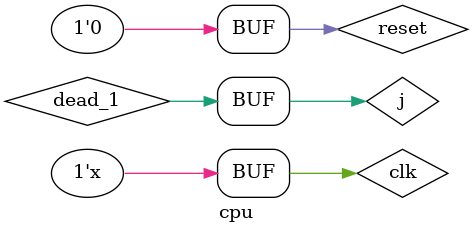
<source format=v>
`timescale 1ns / 1ps

module pc(clk, d, q, reset);   //pc register
    input clk, reset;
    input [31:0] d;
    output [31:0] q;
    reg [31:0] this_pc;
    assign q = this_pc;
    initial this_pc = 32'b0;
    always @(posedge clk or posedge reset)
    begin
        this_pc = d;
        if(reset)
            this_pc = 32'b0;
    end
endmodule

module inst_mem(addr, instr);   //instruction memory
    input [31:0] addr;
    output [31:0] instr;
    reg [7:0] inst[0:7];
    reg [31:0] temp;
    assign instr = temp;
    initial begin
        inst[0] = 8'b00010011;    //addi a4, x0, 1
        inst[1] = 8'b00000111;
        inst[2] = 8'b00010000;
        inst[3] = 8'b00000000;
        inst[4] = 8'b00100011;    //sw a4, x0(0)
        inst[5] = 8'b00100000;
        inst[6] = 8'b11100000;
        inst[7] = 8'h00000000;
    end
    always @(*)
    begin
        temp[7:0] = inst[addr];
        temp[15:8] = inst[addr + 1];
        temp[23:16] = inst[addr + 2];
        temp[31:24] = inst[addr + 3];
    end
endmodule

module add1(b, c);  //the adder for pc + 4
    input [31:0] b;
    output [31:0] c;
    assign c = b + 4;
endmodule

module fi(clk, reset, pc_out, npc_out, npc_in, ir_out, j);
    input clk, reset, j;
    input [31:0] npc_in;
    output [31:0] pc_out;
    output [31:0] npc_out;
    output [31:0] ir_out;
    wire [31:0] add_out;
    wire [31:0] pc_in;
    reg j_reg;
    pc pc_reg(clk, pc_in, pc_out, reset);
    add1 add1_adder(pc_out, add_out);
    inst_mem inst_memory(pc_out, ir_out);
    assign pc_in = j_reg? npc_in : add_out;
    assign npc_out = add_out;
    always @(j)
    begin
        if(j == 1)
            j_reg = 1;
        else
            j_reg = 0;
    end
endmodule

module fi_id(clk, pc_in, npc1_in, ir_in, dead_in,        //reg betw fetch_inst & inst_decode
                  pc_out, npc1_out, ir_out, dead_out);
    input clk, dead_in;
    input [31:0] pc_in;
    input [31:0] npc1_in;
    input [31:0] ir_in;
    output reg dead_out;
    output reg [31:0] pc_out;
    output reg [31:0] npc1_out;
    output reg [31:0] ir_out;
    always @(posedge clk)
    begin
        pc_out = pc_in;
        npc1_out = npc1_in;
        ir_out = ir_in;
        dead_out = dead_in;
    end
endmodule

module rf(clk, regwr, r_reg1, r_reg2, w_reg, w_data, r_data1, r_data2); //register file
    input clk, regwr;
    input [4:0] r_reg1;
    input [4:0] r_reg2;
    input [4:0] w_reg;
    input [31:0] w_data;
    output [31:0] r_data1;
    reg [31:0] temp1;
    output [31:0] r_data2;
    reg [31:0] temp2;
    reg [31:0] reg_data[1:31];
    assign r_data1 = temp1;
    assign r_data2 = temp2;
    always @(posedge clk)
    begin
        if(regwr)
        begin
            if(w_reg != 5'b0)
                reg_data[w_reg] = w_data;
        end
    end
    always @(negedge clk)
    begin
        if(r_reg1 != 5'b0)
            temp1 = reg_data[r_reg1];
        else
            temp1 = 32'b0;
        if(r_reg2 != 5'b0)
            temp2 = reg_data[r_reg2];
        else
            temp2 = 32'b0;
    end
endmodule

module sigext(inst, imm32);     //sigext
    input [31:0] inst;
    output reg signed [31:0] imm32;
    reg signed [4:0] shamt;
    reg signed [11:0] imm12;
    reg signed [12:0] imm13;
    reg signed [20:0] imm21;
    always @(*)
    begin
        case(inst[6:0])
        (7'b0110111 || 7'b0010111):     //lui & auipc
        begin
            imm32[31:12] = inst[31:12];
            imm32[11:0] = 12'b0;
        end
        7'b1101111:     //jal
        begin
            imm21[20] = inst[31];
            imm21[10:1] = inst[30:21];
            imm21[11] = inst[20];
            imm21[19:12] = inst[19:12];
            imm21[0] = 1'b0;
            imm32 = imm21;
        end
        (7'b1100111 || 7'b0000011):     //jalr & lw
        begin
            imm12[11:0] = inst[31:20];
            imm32 = imm12;
        end
        7'b1100011:     //b
        begin
            imm13[12] = inst[31];
            imm13[10:5] = inst[30:24];
            imm13[4:1] = inst[11:8];
            imm13[11] = inst[7];
            imm13[0] = 1'b0;
            imm32 = imm13;
        end
        7'b0100011:     //sw
        begin
            imm12[11:5] = inst[31:25];
            imm12[4:0] = inst[11:7];
            imm32 = imm12;
        end
        7'b0010011:     //arthmetic & logic with imm
        begin
            if(inst[13:12] == 2'b01)    //sl & sr
            begin
                shamt[4:0] = inst[24:20];
                imm32 = shamt;
            end
            else    //other, same as lw
            begin
                imm12[11:0] = inst[31:20];
                imm32 = imm12;
            end
        end
        default: imm32 = 32'bz;
        endcase
    end
endmodule

module id(clk, pc_in, npc1_in, ir_in, regwr, w_reg, w_data,
               pc_out, npc1_out, ir_out, rs1_out, rs2_out, imm32_out);
    input clk, regwr;
    input [31:0] pc_in;
    input [31:0] npc1_in;
    input [31:0] ir_in;
    input [4:0] w_reg;      //write back reg
    input [31:0] w_data;    //write back data
    output [31:0] pc_out;
    output [31:0] npc1_out;
    output [31:0] ir_out;
    output [31:0] rs1_out;
    output [31:0] rs2_out;
    output [31:0] imm32_out;
    rf rf_reg(clk, regwr, ir_in[19:15], ir_in[24:20], w_reg, w_data, rs1_out, rs2_out);
    sigext sigext_imm(ir_in, imm32_out);
    assign ir_out = ir_in;
    assign pc_out = pc_in;
    assign npc1_out = npc1_in;
endmodule

module id_ex(clk, pc_in, npc1_in, ir_in, rs1_in, rs2_in, imm32_in, dead_in,      //reg betw inst_decode & exec
                  pc_out, npc1_out, ir_out, rs1_out, rs2_out, imm32_out, dead_out); 
    input clk, dead_in;
    input [31:0] pc_in;
    input [31:0] npc1_in;
    input [31:0] ir_in;
    input [31:0] rs1_in;
    input [31:0] rs2_in;
    input [31:0] imm32_in;
    output reg dead_out;
    output reg [31:0] pc_out;
    output reg [31:0] npc1_out;
    output reg [31:0] ir_out;
    output reg [31:0] rs1_out;
    output reg [31:0] rs2_out;
    output reg [31:0] imm32_out;
    always @(posedge clk)
    begin
        pc_out = pc_in;
        npc1_out = npc1_in;
        ir_out = ir_in;
        rs1_out = rs1_in;
        rs2_out = rs2_in;
        imm32_out = imm32_in;
        dead_out = dead_in;
    end
endmodule

module alu(a, b, c, flag, op);   //alu
    input signed [31:0] a;
    input signed [31:0] b;
    input [3:0] op;
    output reg signed [31:0] c;
    output reg [1:0] flag;
    always @(*)
    begin
        flag = 2'b11;   //lt & g
        case(op)
            4'b0010: c = a + b;
            4'b0011: 
            begin
                c = a - b;
                if(c > 0)
                    flag = 2'b01;
                else if(c < 0)
                    flag = 2'b10;
                else
                    flag = 2'b00;
            end
            4'b0100: c = a & b;
            4'b0101: c = a | b;
            4'b1000: c = a ^ b;
            4'b1010: c = a << b;
            4'b1011: c = a >> b;
            4'b1100: c = a >>> b;
        endcase
    end
endmodule

module alucu(inst, aluop);
    input [31:0] inst;
    output reg [3:0] aluop;
    always @(*)
    begin
        if(inst[6:0] == 7'b1100011 ||   //b
           (inst[6:0] == 7'b0110011 && inst[14:12] == 3'b0 && inst[31:25] == 7'b0100000))   //sub
            aluop = 4'b0011;
        else if((inst[6:0] == 7'b0110011 || inst[6:0] == 7'b0010011) && inst[14:12] == 3'b111)  //and
            aluop = 4'b0100;
        else if((inst[6:0] == 7'b0110011 || inst[6:0] == 7'b0010011) && inst[14:12] == 3'b110)  //or
            aluop = 4'b0101;
        else if((inst[6:0] == 7'b0110011 || inst[6:0] == 7'b0010011) && inst[14:12] == 3'b100)  //xor
            aluop = 4'b1000;
        else if((inst[6:0] == 7'b0110011 || inst[6:0] == 7'b0010011) && inst[14:12] == 3'b001)  //sll
            aluop = 4'b1010;
        else if((inst[6:0] == 7'b0110011 || inst[6:0] == 7'b0010011) && inst[14:12] == 3'b101   //srl
                 && inst[31:25] == 7'b0000000)
            aluop = 4'b1011;
        else if((inst[6:0] == 7'b0110011 || inst[6:0] == 7'b0010011) && inst[14:12] == 3'b101   //srl
                 && inst[31:25] == 7'b0100000)
            aluop = 4'b1100;
        else
            aluop = 4'b0010;
    end
endmodule

module add2(a, b, c);
    input [31:0] a;
    input [31:0] b;
    output [31:0] c;
    assign c = a + b;
endmodule

module ex(clk, pc_in, npc1_in, ir_in, rs1_in, rs2_in, imm32_in,
               npc2_out, ir_out, data_out, addr_out, flag_out);
    input clk;
    input [31:0] pc_in;
    input [31:0] npc1_in;
    input [31:0] ir_in;
    input [31:0] rs1_in;
    input [31:0] rs2_in;
    input [31:0] imm32_in;
    output wire [31:0] npc2_out;
    output reg [31:0] ir_out;
    output reg [31:0] data_out;
    output reg [31:0] addr_out;
    output wire [1:0] flag_out;
    wire [3:0] aluop;
    reg [31:0] aluin1;
    reg [31:0] aluin2;
    reg [31:0] pcoffset;
    wire [31:0] aluout;
    alu alu_al(aluin1, aluin2, aluout, flag_out, aluop);
    alucu alucu_ctrl(ir_in, aluop);
    add2 add2_adder(pc_in, pcoffset, npc2_out);
    always @(*)
    begin
        ir_out = ir_in;
        case(ir_in[6:0])
        (7'b0110111 || 7'b010111):     //lui & auipc
        begin
            aluin1 = pc_in;
            aluin2 = imm32_in;
            data_out = aluout;
        end
        7'b1101111:     //jal
        begin
            data_out = npc1_in;
            pcoffset = imm32_in;
        end
        7'b1100111:     //jalr
        begin
            data_out = npc1_in;
            pcoffset = rs1_in;
        end
        7'b1100011:     //b
        begin
            pcoffset = imm32_in;
            aluin1 = rs1_in;
            aluin2 = rs2_in;
            data_out = aluout;
        end
        7'b0000011:     //lw
        begin
            aluin1 = rs1_in;
            aluin2 = imm32_in;
            addr_out = aluout;
        end
        7'b0100011:     //sw
        begin
            aluin1 = rs1_in;
            aluin2 = imm32_in;
            data_out = rs2_in;
            addr_out = aluout;
        end
        7'b0010011:     //arth & logic imm
        begin
            aluin1 = rs1_in;
            aluin2 = imm32_in;
            data_out = aluout;
        end
        7'b0110011:     //arth & logic reg
        begin
            aluin1 = rs1_in;
            aluin2 = rs2_in;
            data_out = aluout;
        end
        endcase
    end
endmodule

module ex_ma(clk, npc2_in, ir_in, data_in, addr_in, flag_in, dead_in,  //reg betw exec & memory_access
                  npc2_out, ir_out, data_out, addr_out, flag_out, dead_out);
    input clk, dead_in;
    input [31:0] npc2_in;
    input [31:0] ir_in;
    input [31:0] data_in;
    input [31:0] addr_in;
    input [1:0] flag_in;
    output reg dead_out;
    output reg [31:0] npc2_out;
    output reg [31:0] ir_out;
    output reg [31:0] data_out;
    output reg [31:0] addr_out;
    output reg [1:0] flag_out;
    always @(posedge clk)
    begin
        npc2_out = npc2_in;
        ir_out = ir_in;
        data_out = data_in;
        addr_out = addr_in;
        dead_out = dead_in;
        flag_out = flag_in;
    end
endmodule

module data_mem(clk, addr, w_data, r_data, r, w);   //data memory
    input [31:0] addr;
    input [31:0] w_data;
    input clk, r, w;
    output [31:0] r_data;
    reg [7:0] data[0:7];
    reg [31:0] temp;
    assign r_data = r?temp:32'bz;
    always @(*)
    begin
        if(r)
        begin
            temp[7:0] = data[addr];
            temp[15:8] = data[addr + 1];
            temp[23:16] = data[addr + 2];
            temp[31:24] = data[addr + 3];
        end
    end
    always @(negedge clk)
    begin
        if(w)
        begin
            data[addr] = w_data[7:0];
            data[addr + 1] = w_data[15:8];
            data[addr + 2] = w_data[23:16];
            data[addr + 3] = w_data[31:24];
        end
    end
endmodule

module ma(clk, npc2_in, ir_in, data_in, addr_in, flag_in, dead_in,
               ir_out, data_out, mem_out, j, new_pc); 
    input clk, dead_in;
    input [31:0] npc2_in;
    input [31:0] ir_in;
    input [31:0] data_in;
    input [31:0] addr_in;
    input [1:0] flag_in;
    output reg j;
    output reg [31:0] ir_out;
    output reg [31:0] data_out;
    output wire [31:0] mem_out;
    output reg [31:0] new_pc;
    reg rm, wm;
    wire r, w;
    assign r = rm;
    assign w = wm;
    data_mem data_memory(clk, addr_in, data_in, mem_out, r, w);
    always @(*)
    begin
        new_pc = npc2_in;
        ir_out = ir_in;
        data_out = data_in;
        rm = 0;
        wm = 0;
        if(ir_in[6:0] == 7'b1100011)     //b
        begin
            case(ir_in[14:12])
            3'b000: j = (flag_in == 2'b00)? 1:0;    //eq
            3'b001: j = (flag_in != 2'b00)? 1:0;    //ne
            3'b100: j = (flag_in == 2'b10)? 1:0;    //lt
            3'b101: j = (flag_in[1] == 0)? 1:0;     //ge
            endcase
        end
        else if(ir_in[6:0] == 7'b1100111 || ir_in[6:0] == 7'b1101111)   //j
            j = 1;
        else
            j = 0;
        if(ir_in[6:0] == 7'b0000011)    //lw
            rm = 1;
        else if(ir_in[6:0] == 7'b0100011 && dead_in != 1)   //sw
            wm = 1;
    end
endmodule

module ma_wb(clk, ir_in, data_in, mem_in, dead_in,   //reg betw memory access & write back
                  ir_out, data_out, mem_out, dead_out);
    input clk, dead_in;
    input [31:0] ir_in;
    input [31:0] data_in;
    input [31:0] mem_in;
    output reg dead_out;
    output reg [31:0] ir_out;
    output reg [31:0] data_out;
    output reg [31:0] mem_out;
    always @(posedge clk)
    begin
        ir_out = ir_in;
        data_out = data_in;
        mem_out = mem_in;
        dead_out = dead_in;
    end
endmodule

module wb(clk, ir_in, data_in, mem_in, dead_in,
               regwr, rd_data, rd_reg);
    input clk, dead_in;
    input [31:0] ir_in;
    input [31:0] data_in;
    input [31:0] mem_in;
    output reg regwr;
    output reg [31:0] rd_data;
    output reg [4:0] rd_reg;
    always @(*)
    begin
        rd_reg = ir_in[11:7];
        if(!dead_in && ir_in[6:0] == 7'b0000011)    //lw
        begin
            rd_data = mem_in;
            regwr = 1;
        end
        else if(dead_in != 1 && (
                    ir_in[6:0] == 7'b0110111 || //lui
                    ir_in[6:0] == 7'b0010111 || //auipc
                    ir_in[6:0] == 7'b1101111 || //jal
                    ir_in[6:0] == 7'b1100111 || //jalr
                    ir_in[6:0] == 7'b0010011 || //arth & logic imm
                    ir_in[6:0] == 7'b0110011))  //arth & logic reg
        begin
            rd_data = data_in;
            regwr = 1;
        end
    end
endmodule

module cpu();
    reg clk, reset;
    wire dead_1, dead_2, dead_3, dead_4, dead_5, dead_1o, dead_2o;
    wire [31:0] pc_1;
    wire [31:0] npc1_1;
    wire [31:0] ir_1;
    wire [31:0] pc_2i;
    wire [31:0] npc1_2i;
    wire [31:0] ir_2i;
    wire [31:0] pc_2o;
    wire [31:0] npc1_2o;
    wire [31:0] ir_2o;
    wire [31:0] rs1_2o;
    wire [31:0] rs2_2o;
    wire [31:0] imm32_2o;
    wire [31:0] pc_3i;
    wire [31:0] npc1_3i;
    wire [31:0] ir_3i;
    wire [31:0] rs1_3i;
    wire [31:0] rs2_3i;
    wire [31:0] imm32_3i;
    wire [31:0] npc2_3o;
    wire [31:0] ir_3o;
    wire [31:0] data_3o;
    wire [31:0] addr_3o;
    wire [1:0] flag_3o;
    wire [31:0] npc2_4i;
    wire [31:0] ir_4i;
    wire [31:0] data_4i;
    wire [31:0] addr_4i;
    wire [1:0] flag_4i;
    wire [31:0] ir_4o;
    wire [31:0] data_4o;
    wire [31:0] mem_4o;
    wire [31:0] ir_5;
    wire [31:0] data_5;
    wire [31:0] mem_5;
    wire j, regwr;
    wire [31:0] jump_pc;
    wire [31:0] w_data;
    wire [4:0] w_reg;
    reg [31:0] reg_src1;
    reg [31:0] reg_src2;
    reg [31:0] data_dm;
    reg [31:0] addr_dm;
    fi fi_block(clk, reset, pc_1, npc1_1, jump_pc, ir_1, j);
    fi_id fi_id_reg(clk, pc_1, npc1_1, ir_1, dead_1, pc_2i, npc1_2i, ir_2i, dead_1o);
    id id_block(clk, pc_2i, npc1_2i, ir_2i, regwr, w_reg, w_data, pc_2o, npc1_2o, ir_2o, rs1_2o, rs2_2o, imm32_2o);
    id_ex id_ex_reg(clk, pc_2o, npc1_2o, ir_2o, rs1_2o, rs2_2o, imm32_2o, dead_2, pc_3i, npc1_3i, ir_3i, rs1_3i, rs2_3i, imm32_3i, dead_2o);
    ex ex_block(clk, pc_3i, npc1_3i, ir_3i, reg_src1, reg_src2, imm32_3i, npc2_3o, ir_3o, data_3o, addr_3o, flag_3o);
    ex_ma ex_ma_reg(clk, npc2_pc, ir_3o, data_dm, addr_dm, flag_3o, dead_3, npc2_4i, ir_4i, data_4i, addr_4i, flag_4i, dead_4);
    ma ma_block(clk, npc2_4i, ir_4i, data_4i, addr_4i, flag_4i, dead_4, ir_4o, data_4o, mem_4o, j, jump_pc);
    ma_wb ma_wb_reg(clk, ir_4o, data_4o, mem_4o, dead_4, ir_5, data_5, mem_5, dead_5);
    wb wb_block(clk, ir_5, data_5, mem_5, dead_5, regwr, w_data, w_reg);
    assign dead_1 = j;
    assign dead_2 = j?j:dead_1o;
    assign dead_3 = j?j:dead_2o;
    initial begin
        clk = 0;
        reset = 1;
        #100
        reset = 0;
    end
    always #50 clk = ~clk;
    always @(posedge clk)
    begin
        reg_src1 = rs1_3i;
        reg_src2 = rs2_3i;
        data_dm = data_3o;
        addr_dm = addr_3o;
    end
    always @(negedge clk)
    begin
        //4 to 3
        if(ir_4i[6:0] == 7'b0110111 || ir_4i[6:0] == 7'b0010111 || ir_4i[6:0] == 7'b1101111
        || ir_4i[6:0] == 7'b1100111 || ir_4i[6:0] == 7'b0010011 || ir_4i[6:0] == 7'b0110011)   //rd exist, ex lw
        begin
            if(ir_3i[19:15] == ir_4i[11:7] && 
              (ir_3i[6:0] == 7'b1100111 || ir_3i[6:0] == 7'b1100011 || ir_3i[6:0] == 7'b0000011
            || ir_3i[6:0] == 7'b0100011 || ir_3i[6:0] == 7'b0010011 || ir_3i[6:0] == 7'b0110011))
            begin
                reg_src1 = data_4i;
            end
            if(ir_3i[24:20] == ir_4i[11:7] &&
            (ir_3i[6:0] == 7'b1100011 || ir_3i[6:0] == 7'b0100011 || ir_3i[6:0] == 7'b0110011))
            begin
                reg_src2 = data_4i;
            end
        end
        //4o to 3
        if(ir_4o[6:0] == 7'b0000011)    //lw
        begin
            if(ir_3i[19:15] == ir_4o[11:7] && ir_3i[6:0] == 7'b0100011) //sw
            begin
                reg_src2 = data_4o;
            end
        end
        //5 to 3
        if(ir_5[6:0] == 7'b0000011)     //lw
        begin
            if(ir_3i[19:15] == ir_5[11:7] && 
              (ir_3i[6:0] == 7'b1100111 || ir_3i[6:0] == 7'b1100011 || ir_3i[6:0] == 7'b0000011
            || ir_3i[6:0] == 7'b0100011 || ir_3i[6:0] == 7'b0010011 || ir_3i[6:0] == 7'b0110011))
            begin
                reg_src1 = mem_5;
            end
            if(ir_3i[24:20] == ir_4i[11:7] &&
            (ir_3i[6:0] == 7'b1100011 || ir_3i[6:0] == 7'b0100011 || ir_3i[6:0] == 7'b0110011))
            begin
                reg_src2 = mem_5;
            end
        end
        //5 to 4
        if(ir_5[6:0] == 7'b0000011)     //lw
        begin
            if(ir_4i[24:20] == ir_5[11:7] && ir_4i == 7'b0100011)
            begin
                data_dm = mem_5;
            end
        end
    end
endmodule
</source>
